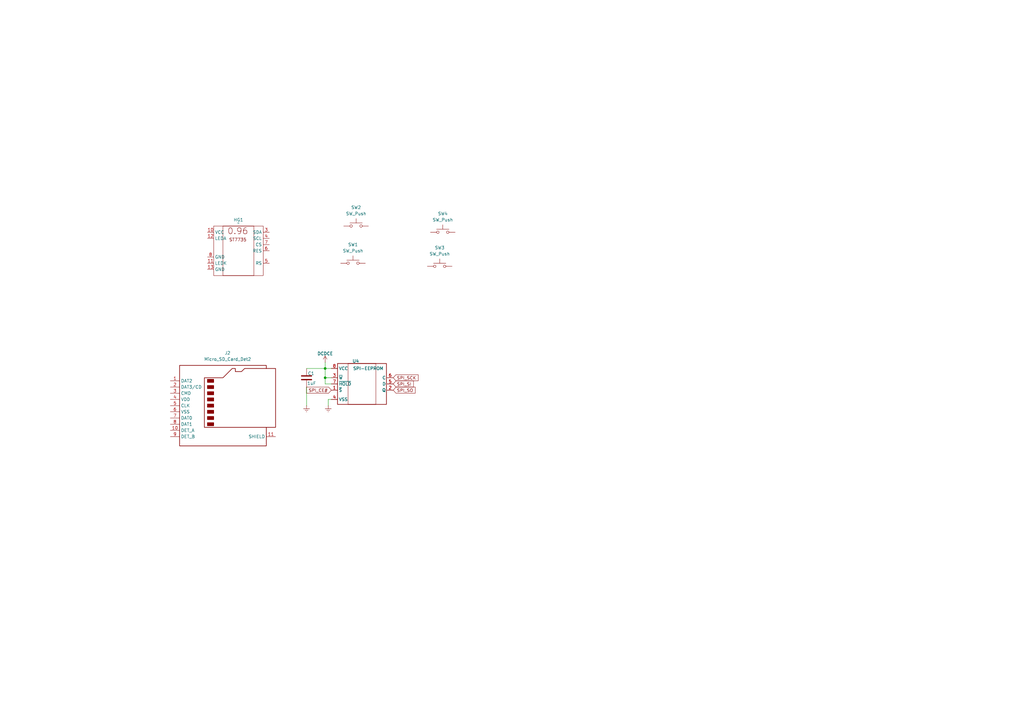
<source format=kicad_sch>
(kicad_sch (version 20231120) (generator "eeschema") (generator_version "8.0")
  (paper "A3")
  (title_block (title "Модуль вычислительный") (date "2025-02-09") (rev "1") (company "@madjogger") (comment 1 "ОРВК.467442.002.Э3") (comment 2 "Корнилов В.В."))
  (lib_symbols
    (symbol "Connector:Micro_SD_Card_Det2"
      (property "Reference" "J5" (at 0.635 21.59 0))
      (property "Value" "Micro_SD_Card_Det2" (at 0.635 19.05 0))
      (symbol "Micro_SD_Card_Det2_0_1"
        (rectangle (start -7.62 -6.985) (end -5.08 -8.255) (stroke (width 0.254)) (fill (type outline)))
        (rectangle (start -7.62 -4.445) (end -5.08 -5.715) (stroke (width 0.254)) (fill (type outline)))
        (rectangle (start -7.62 -1.905) (end -5.08 -3.175) (stroke (width 0.254)) (fill (type outline)))
        (rectangle (start -7.62 0.635) (end -5.08 -0.635) (stroke (width 0.254)) (fill (type outline)))
        (rectangle (start -7.62 3.175) (end -5.08 1.905) (stroke (width 0.254)) (fill (type outline)))
        (rectangle (start -7.62 5.715) (end -5.08 4.445) (stroke (width 0.254)) (fill (type outline)))
        (rectangle (start -7.62 8.255) (end -5.08 6.985) (stroke (width 0.254)) (fill (type outline)))
        (rectangle (start -7.62 10.795) (end -5.08 9.525) (stroke (width 0.254)) (fill (type outline)))
        (polyline (pts (xy 16.51 15.24) (xy 16.51 16.51) (xy -19.05 16.51) (xy -19.05 -16.51) (xy 16.51 -16.51) (xy 16.51 -8.89)) (stroke (width 0.254)))
      )
      (symbol "Micro_SD_Card_Det2_1_1"
        (polyline (pts (xy -8.89 -8.89) (xy -8.89 11.43) (xy -1.27 11.43) (xy 2.54 15.24) (xy 3.81 15.24) (xy 3.81 13.97) (xy 6.35 13.97) (xy 7.62 15.24) (xy 20.32 15.24) (xy 20.32 -8.89) (xy -8.89 -8.89)) (stroke (width 0.254)))
        (pin bidirectional line (at -22.86 10.16 0) (length 3.81) (name "DAT2") (number "1"))
        (pin passive line (at -22.86 -10.16 0) (length 3.81) (name "DET_A") (number "10"))
        (pin passive line (at 20.32 -12.7 180) (length 3.81) (name "SHIELD") (number "11"))
        (pin bidirectional line (at -22.86 7.62 0) (length 3.81) (name "DAT3/CD") (number "2"))
        (pin input line (at -22.86 5.08 0) (length 3.81) (name "CMD") (number "3"))
        (pin power_in line (at -22.86 2.54 0) (length 3.81) (name "VDD") (number "4"))
        (pin input line (at -22.86 0 0) (length 3.81) (name "CLK") (number "5"))
        (pin power_in line (at -22.86 -2.54 0) (length 3.81) (name "VSS") (number "6"))
        (pin bidirectional line (at -22.86 -5.08 0) (length 3.81) (name "DAT0") (number "7"))
        (pin bidirectional line (at -22.86 -7.62 0) (length 3.81) (name "DAT1") (number "8"))
        (pin passive line (at -22.86 -12.7 0) (length 3.81) (name "DET_B") (number "9"))
      )
    )
    (symbol "Device:C" (pin_numbers hide) (pin_names (offset 0.254))
      (property "Reference" "C" (at 0.635 2.54 0))
      (property "Value" "C" (at 0.635 -2.54 0))
      (symbol "C_0_1"
        (polyline (pts (xy -2.032 -0.762) (xy 2.032 -0.762)) (stroke (width 0.508)))
        (polyline (pts (xy -2.032 0.762) (xy 2.032 0.762)) (stroke (width 0.508)))
      )
      (symbol "C_1_1"
        (pin passive line (at 0 3.81 270) (length 2.794) (name "~") (number "1"))
        (pin passive line (at 0 -3.81 90) (length 2.794) (name "~") (number "2"))
      )
    )
    (symbol "Memory_EEPROM:M95256-WMN6P"
      (property "Reference" "U5" (at -1.524 6.858 0))
      (property "Value" "SPI-EEPROM" (at -1.27 3.81 0))
      (symbol "M95256-WMN6P_0_1"
        (rectangle (start -3.302 5.842) (end 8.128 -10.922))
      )
      (symbol "M95256-WMN6P_1_1"
        (rectangle (start -7.62 5.842) (end 12.446 -10.922) (stroke (width 0.254)))
        (pin input line (at -10.16 -5.08 0) (length 2.54) (name "~{S}") (number "1"))
        (pin output line (at 15.24 -5.08 180) (length 2.54) (name "Q") (number "2"))
        (pin input line (at -10.16 0 0) (length 2.54) (name "~{W}") (number "3"))
        (pin power_in line (at -10.16 -8.89 0) (length 2.54) (name "VSS") (number "4"))
        (pin input line (at 15.24 -2.54 180) (length 2.54) (name "D") (number "5"))
        (pin input line (at 15.24 0 180) (length 2.54) (name "C") (number "6"))
        (pin input line (at -10.16 -2.54 0) (length 2.54) (name "~{HOLD}") (number "7"))
        (pin power_in line (at -10.16 3.81 0) (length 2.54) (name "VCC") (number "8"))
      )
    )
    (symbol "ST7735 0_96:ST7735_0.96"
      (property "Reference" "HG" (at 3.302 1.016 0))
      (symbol "ST7735_0.96_0_1"
        (rectangle (start 0 0) (end 20.32 -20.32))
        (rectangle (start 3.81 0) (end 16.51 -20.32))
      )
      (symbol "ST7735_0.96_1_1"
        (text "\nST7735" (at 9.906 -4.572 0) (effects (font (size 1.27 1.27))))
        (text "0.96" (at 9.906 -2.032 0) (effects (font (size 2.54 2.54))))
        (pin input line (at 10.16 -22.86 90) (length 2.54) hide (name "TP0") (number "1"))
        (pin input line (at -2.54 -2.54 0) (length 2.54) (name "VCC") (number "10"))
        (pin input line (at -2.54 -15.24 0) (length 2.54) (name "LEDK") (number "11"))
        (pin input line (at -2.54 -5.08 0) (length 2.54) (name "LEDA") (number "12"))
        (pin input line (at -2.54 -17.78 0) (length 2.54) (name "GND") (number "13"))
        (pin input line (at 7.62 -22.86 90) (length 2.54) hide (name "TP1") (number "2"))
        (pin input line (at 22.86 -2.54 180) (length 2.54) (name "SDA") (number "3"))
        (pin input line (at 22.86 -5.08 180) (length 2.54) (name "SCL") (number "4"))
        (pin input line (at 22.86 -15.24 180) (length 2.54) (name "RS") (number "5"))
        (pin input line (at 22.86 -10.16 180) (length 2.54) (name "RES") (number "6"))
        (pin input line (at 22.86 -7.62 180) (length 2.54) (name "CS") (number "7"))
        (pin input line (at -2.54 -12.7 0) (length 2.54) (name "GND") (number "8"))
        (pin input line (at 12.7 -22.86 90) (length 2.54) hide (name "NC") (number "9"))
      )
    )
    (symbol "Switch:SW_Push" (pin_numbers hide) (pin_names (offset 1.016) hide)
      (property "Reference" "SW" (at 1.27 2.54 0))
      (property "Value" "SW_Push" (at 0 -1.524 0))
      (symbol "SW_Push_0_1"
        (circle (center -2.032 0) (radius 0.508))
        (polyline (pts (xy 0 1.27) (xy 0 3.048)))
        (polyline (pts (xy 2.54 1.27) (xy -2.54 1.27)))
        (circle (center 2.032 0) (radius 0.508))
        (pin passive line (at -5.08 0 0) (length 2.54) (name "1") (number "1"))
        (pin passive line (at 5.08 0 180) (length 2.54) (name "2") (number "2"))
      )
    )
    (symbol "power:+3V8" (power) (pin_numbers hide) (pin_names (offset 0) hide)
      (property "Value" "+3V8" (at 0 3.556 0))
      (symbol "+3V8_0_1"
        (polyline (pts (xy -0.762 1.27) (xy 0 2.54)))
        (polyline (pts (xy 0 0) (xy 0 2.54)))
        (polyline (pts (xy 0 2.54) (xy 0.762 1.27)))
      )
      (symbol "+3V8_1_1"
        (pin power_in line (at 0 0 90) (length 0) (name "~") (number "1"))
      )
    )
    (symbol "power:Earth" (power) (pin_numbers hide) (pin_names (offset 0) hide)
      (property "Value" "Earth" (at 0 -3.81 0))
      (symbol "Earth_0_1"
        (polyline (pts (xy -0.635 -1.905) (xy 0.635 -1.905)))
        (polyline (pts (xy -0.127 -2.54) (xy 0.127 -2.54)))
        (polyline (pts (xy 0 -1.27) (xy 0 0)))
        (polyline (pts (xy 1.27 -1.27) (xy -1.27 -1.27)))
      )
      (symbol "Earth_1_1"
        (pin power_in line (at 0 0 270) (length 0) (name "~") (number "1"))
      )
    )
  )
  (junction (at 133.35 154.94))
  (junction (at 133.35 151.13))
  (wire (pts (xy 135.89 163.83) (xy 134.62 163.83)))
  (wire (pts (xy 133.35 151.13) (xy 135.89 151.13)))
  (wire (pts (xy 133.35 154.94) (xy 133.35 151.13)))
  (wire (pts (xy 133.35 151.13) (xy 133.35 148.59)))
  (wire (pts (xy 125.73 158.75) (xy 125.73 166.37)))
  (wire (pts (xy 125.73 151.13) (xy 133.35 151.13)))
  (wire (pts (xy 133.35 154.94) (xy 135.89 154.94)))
  (wire (pts (xy 133.35 157.48) (xy 133.35 154.94)))
  (wire (pts (xy 135.89 157.48) (xy 133.35 157.48)))
  (wire (pts (xy 134.62 163.83) (xy 134.62 166.37)))
  (global_label "SPI_SO" (shape input) (at 161.29 160.02 0) (property "Intersheetrefs" "${INTERSHEET_REFS}" (effects (hide yes))))
  (global_label "SPI_CE#" (shape input) (at 135.89 160.02 180) (property "Intersheetrefs" "${INTERSHEET_REFS}" (effects (hide yes))))
  (global_label "SPI_SI" (shape input) (at 161.29 157.48 0) (property "Intersheetrefs" "${INTERSHEET_REFS}" (effects (hide yes))))
  (global_label "SPI_SCK" (shape input) (at 161.29 154.94 0) (property "Intersheetrefs" "${INTERSHEET_REFS}" (effects (hide yes))))
  (symbol (lib_id "Device:C") (at 125.73 154.94 0) (unit 1)
    (property "Reference" "C1" (at 126.238 153.162 0) (effects (justify left)))
    (property "Value" "1uF" (at 125.984 157.226 0) (effects (justify left)))
    (property "Footprint" "Capacitor_SMD:C_0402_1005Metric" (effects (hide yes)))
    (property "Description" "Unpolarized capacitor" (effects (hide yes)))
  )
  (symbol (lib_id "Connector:Micro_SD_Card_Det2") (at 92.71 166.37 0) (unit 1)
    (property "Reference" "J2" (at 93.345 144.78 0))
    (property "Value" "Micro_SD_Card_Det2" (at 93.345 147.32 0))
    (property "Footprint" "Connector_Card:microSD_HC_Hirose_DM3AT-SF-PEJM5" (effects (hide yes)))
    (property "Datasheet" "https://www.hirose.com/en/product/document?clcode=&productname=&series=DM3&documenttype=Catalog&lang=en&documentid=D49662_en" (effects (hide yes)))
    (property "Description" "Micro SD Card Socket with two card detection pins" (effects (hide yes)))
  )
  (symbol (lib_id "power:Earth") (at 134.62 166.37 0) (unit 1)
    (property "Reference" "#PWR04" (effects (hide yes)))
    (property "Value" "Earth" (effects (hide yes)))
    (property "Description" "Power symbol creates a global label with name \"Earth\"" (effects (hide yes)))
  )
  (symbol (lib_id "power:Earth") (at 125.73 166.37 0) (unit 1)
    (property "Reference" "#PWR05" (effects (hide yes)))
    (property "Value" "Earth" (effects (hide yes)))
    (property "Description" "Power symbol creates a global label with name \"Earth\"" (effects (hide yes)))
  )
  (symbol (lib_id "Switch:SW_Push") (at 144.78 107.95 0) (unit 1)
    (property "Reference" "SW1" (at 144.78 100.33 0))
    (property "Value" "SW_Push" (at 144.78 102.87 0))
    (property "Footprint" "Button_Switch_SMD:SW_Push_1P1T_NO_Vertical_Wuerth_434133025816" (effects (hide yes)))
    (property "Description" "Push button switch, generic, two pins" (effects (hide yes)))
  )
  (symbol (lib_id "Memory_EEPROM:M95256-WMN6P") (at 146.05 154.94 0) (unit 1)
    (property "Reference" "U4" (at 144.526 148.082 0) (effects (justify left)))
    (property "Value" "SPI-EEPROM" (at 144.78 151.13 0) (effects (justify left)))
    (property "Footprint" "Package_SO:SOIC-8_3.9x4.9mm_P1.27mm" (effects (hide yes)))
    (property "Datasheet" "http://www.st.com/content/ccc/resource/technical/document/datasheet/9d/75/f0/3e/76/00/4c/0b/CD00103810.pdf/files/CD00103810.pdf/jcr:content/translations/en.CD00103810.pdf" (effects (hide yes)))
    (property "Description" "SPI EEPROM, 256Kb (32K x 8), No Identification Page, 2.5 to 5.5V, SO8" (effects (hide yes)))
  )
  (symbol (lib_id "power:+3V8") (at 133.35 148.59 0) (unit 1)
    (property "Reference" "#PWR03" (effects (hide yes)))
    (property "Value" "DCDCE" (at 133.35 145.034 0))
    (property "Description" "Power symbol creates a global label with name \"+3V8\"" (effects (hide yes)))
  )
  (symbol (lib_id "Switch:SW_Push") (at 180.34 109.22 0) (unit 1)
    (property "Reference" "SW3" (at 180.34 101.6 0))
    (property "Value" "SW_Push" (at 180.34 104.14 0))
    (property "Footprint" "Button_Switch_SMD:SW_Push_1P1T_NO_Vertical_Wuerth_434133025816" (effects (hide yes)))
    (property "Description" "Push button switch, generic, two pins" (effects (hide yes)))
  )
  (symbol (lib_id "Switch:SW_Push") (at 146.05 92.71 0) (unit 1)
    (property "Reference" "SW2" (at 146.05 85.09 0))
    (property "Value" "SW_Push" (at 146.05 87.63 0))
    (property "Footprint" "Button_Switch_SMD:SW_Push_1P1T_NO_Vertical_Wuerth_434133025816" (effects (hide yes)))
    (property "Description" "Push button switch, generic, two pins" (effects (hide yes)))
  )
  (symbol (lib_id "Switch:SW_Push") (at 181.61 95.25 0) (unit 1)
    (property "Reference" "SW4" (at 181.61 87.63 0))
    (property "Value" "SW_Push" (at 181.61 90.17 0))
    (property "Footprint" "Button_Switch_SMD:SW_Push_1P1T_NO_Vertical_Wuerth_434133025816" (effects (hide yes)))
    (property "Description" "Push button switch, generic, two pins" (effects (hide yes)))
  )
  (symbol (lib_id "ST7735 0_96:ST7735_0.96") (at 87.63 92.71 0) (unit 1)
    (property "Reference" "HG1" (at 97.79 90.17 0))
    (property "Value" "~" (at 97.79 91.44 0))
    (property "Footprint" "IPS_ST7735_0_96:ST7735 0.96" (effects (hide yes)))
  )
)
</source>
